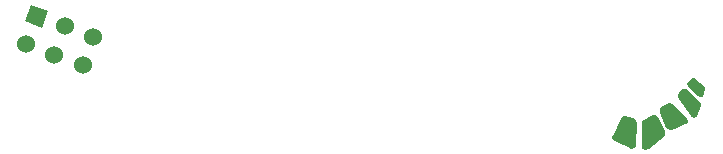
<source format=gts>
%TF.GenerationSoftware,KiCad,Pcbnew,(5.1.12-1-10_14)*%
%TF.CreationDate,2022-04-05T14:51:50-04:00*%
%TF.ProjectId,space_shuttle_SAO,73706163-655f-4736-9875-74746c655f53,rev?*%
%TF.SameCoordinates,Original*%
%TF.FileFunction,Soldermask,Top*%
%TF.FilePolarity,Negative*%
%FSLAX46Y46*%
G04 Gerber Fmt 4.6, Leading zero omitted, Abs format (unit mm)*
G04 Created by KiCad (PCBNEW (5.1.12-1-10_14)) date 2022-04-05 14:51:50*
%MOMM*%
%LPD*%
G01*
G04 APERTURE LIST*
%ADD10C,0.100000*%
%ADD11C,1.524000*%
G04 APERTURE END LIST*
D10*
%TO.C,svg2mod*%
G36*
X168689700Y-102993826D02*
G01*
X168293913Y-103355708D01*
X168164010Y-103477016D01*
X168147342Y-103610959D01*
X168195808Y-103699478D01*
X168228579Y-103730246D01*
X168223684Y-103726251D01*
X169028214Y-104488238D01*
X169030965Y-104490884D01*
X169093365Y-104550595D01*
X169239359Y-104648120D01*
X169386134Y-104679458D01*
X169437939Y-104666811D01*
X169526437Y-104592912D01*
X169581971Y-104457829D01*
X169671842Y-103876056D01*
X169675969Y-103845290D01*
X168728586Y-103027534D01*
X168689735Y-102993882D01*
X168689700Y-102993826D01*
G37*
G36*
X167953262Y-103986654D02*
G01*
X167763511Y-104025175D01*
X167752927Y-104029752D01*
X167479192Y-104318616D01*
X167478134Y-104319675D01*
X167399055Y-104413964D01*
X167396118Y-104419124D01*
X167358050Y-104565155D01*
X167369639Y-104712443D01*
X167454210Y-104877882D01*
X167455533Y-104879999D01*
X167456062Y-104880792D01*
X168447988Y-106251591D01*
X168448136Y-106252120D01*
X168491501Y-106300901D01*
X168607079Y-106387790D01*
X168732468Y-106422562D01*
X168779564Y-106418566D01*
X168873554Y-106375908D01*
X168957737Y-106285193D01*
X168961467Y-106279425D01*
X169289558Y-105405334D01*
X169290088Y-105404276D01*
X169308741Y-105262266D01*
X169279107Y-105132737D01*
X169176679Y-105012782D01*
X169183744Y-105018233D01*
X168192604Y-104117395D01*
X168092528Y-104025992D01*
X167953206Y-103986609D01*
X167953206Y-103986591D01*
X167953262Y-103986654D01*
G37*
G36*
X162898072Y-106291061D02*
G01*
X162747172Y-106316091D01*
X162634539Y-106391166D01*
X162539567Y-106506625D01*
X162539037Y-106507683D01*
X161924847Y-107772423D01*
X161839881Y-107931465D01*
X161811036Y-108065330D01*
X161828102Y-108175945D01*
X161876767Y-108260204D01*
X161995091Y-108352017D01*
X162065931Y-108379216D01*
X162066076Y-108379481D01*
X163335076Y-109031972D01*
X163340368Y-109032766D01*
X163513635Y-109047980D01*
X163698481Y-109010578D01*
X163807191Y-108927536D01*
X163863116Y-108803698D01*
X163868592Y-108743868D01*
X163886637Y-106885564D01*
X163886637Y-106885299D01*
X163843663Y-106681851D01*
X163748691Y-106554459D01*
X163608388Y-106472536D01*
X163607859Y-106472272D01*
X162900265Y-106290900D01*
X162897884Y-106290860D01*
X162898072Y-106291061D01*
G37*
G36*
X166659539Y-105192466D02*
G01*
X166590271Y-105200510D01*
X166441337Y-105262028D01*
X165939193Y-105550617D01*
X165935462Y-105553792D01*
X165868549Y-105628513D01*
X165831264Y-105710851D01*
X165821659Y-105871130D01*
X165873658Y-106034389D01*
X166398173Y-107269517D01*
X166400025Y-107272692D01*
X166526591Y-107406187D01*
X166672977Y-107469724D01*
X166844089Y-107489727D01*
X166856048Y-107489198D01*
X166866658Y-107484012D01*
X167297571Y-107283526D01*
X167974749Y-106995369D01*
X167981046Y-106992987D01*
X168071898Y-106933766D01*
X168072427Y-106933766D01*
X168169363Y-106867911D01*
X168225092Y-106787753D01*
X168240782Y-106699784D01*
X168226256Y-106619311D01*
X168161698Y-106498653D01*
X168121669Y-106451735D01*
X168120611Y-106451205D01*
X166875553Y-105287071D01*
X166771162Y-105212601D01*
X166659703Y-105192493D01*
X166659703Y-105192530D01*
X166659539Y-105192466D01*
G37*
G36*
X165373863Y-106182116D02*
G01*
X165280655Y-106182381D01*
X165148790Y-106221939D01*
X165089727Y-106256260D01*
X164478089Y-106579915D01*
X164356034Y-106665862D01*
X164305605Y-106798648D01*
X164300101Y-106957613D01*
X164300101Y-106957877D01*
X164300101Y-108875109D01*
X164300631Y-108877966D01*
X164345763Y-109012991D01*
X164436028Y-109098131D01*
X164548270Y-109134318D01*
X164664631Y-109137811D01*
X164868315Y-109100489D01*
X164957795Y-109070546D01*
X164966235Y-109067106D01*
X166280365Y-107972239D01*
X166284889Y-107965069D01*
X166320798Y-107837836D01*
X166301960Y-107714998D01*
X166252510Y-107582191D01*
X165674622Y-106390468D01*
X165672770Y-106387028D01*
X165670654Y-106383562D01*
X165525837Y-106237745D01*
X165373958Y-106182077D01*
X165373958Y-106182037D01*
X165373863Y-106182116D01*
G37*
%TD*%
%TO.C,J1*%
G36*
X112090507Y-98276584D02*
G01*
X112611746Y-96844493D01*
X114043837Y-97365732D01*
X113522598Y-98797823D01*
X112090507Y-98276584D01*
G37*
D11*
X112198441Y-100207977D03*
X115453992Y-98689889D03*
X114585260Y-101076709D03*
X117840811Y-99558621D03*
X116972080Y-101945440D03*
%TD*%
M02*

</source>
